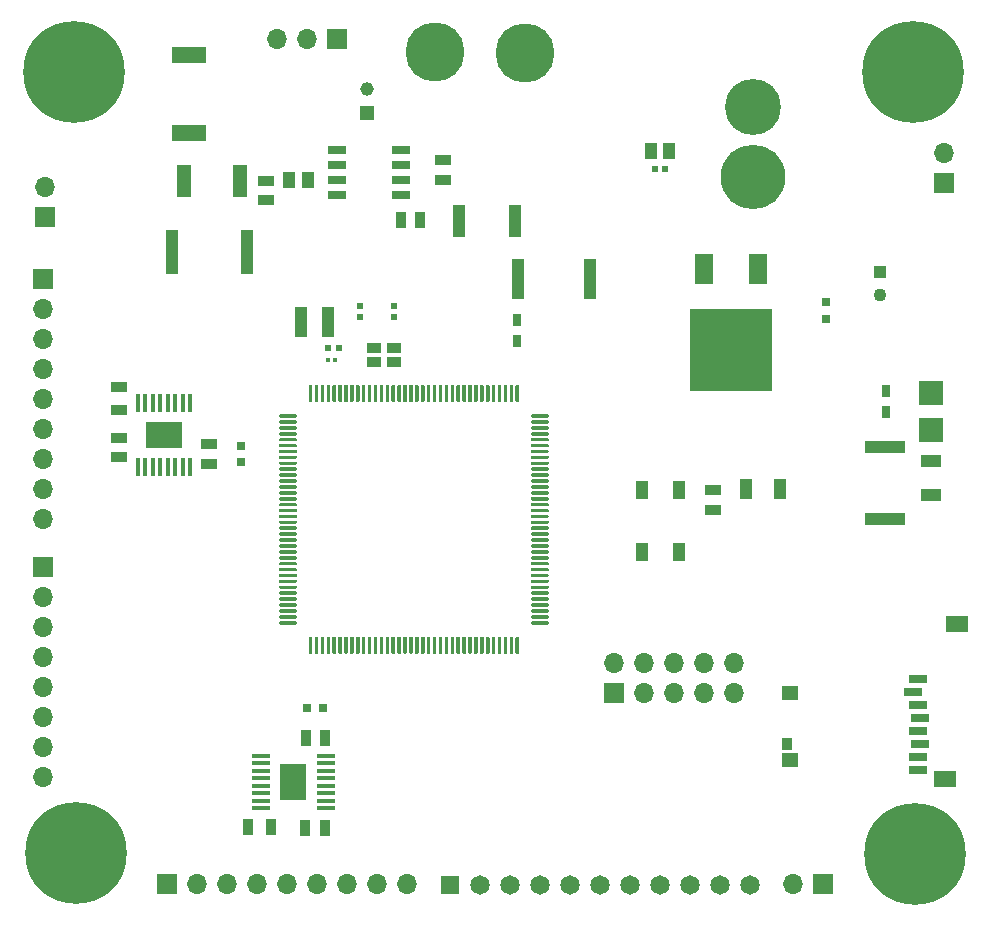
<source format=gbr>
G04 #@! TF.GenerationSoftware,KiCad,Pcbnew,(5.1.10)-1*
G04 #@! TF.CreationDate,2021-10-20T16:57:21-04:00*
G04 #@! TF.ProjectId,Main_Board,4d61696e-5f42-46f6-9172-642e6b696361,rev?*
G04 #@! TF.SameCoordinates,Original*
G04 #@! TF.FileFunction,Soldermask,Top*
G04 #@! TF.FilePolarity,Negative*
%FSLAX46Y46*%
G04 Gerber Fmt 4.6, Leading zero omitted, Abs format (unit mm)*
G04 Created by KiCad (PCBNEW (5.1.10)-1) date 2021-10-20 16:57:21*
%MOMM*%
%LPD*%
G01*
G04 APERTURE LIST*
%ADD10O,1.700000X1.700000*%
%ADD11R,1.700000X1.700000*%
%ADD12C,1.650000*%
%ADD13R,1.650000X1.650000*%
%ADD14R,2.000000X2.000000*%
%ADD15R,0.620000X0.600000*%
%ADD16R,1.000000X3.800000*%
%ADD17R,1.528000X0.650000*%
%ADD18C,4.740000*%
%ADD19C,5.460000*%
%ADD20R,1.000000X1.550000*%
%ADD21R,1.390000X0.910000*%
%ADD22R,0.910000X1.390000*%
%ADD23R,1.100000X1.100000*%
%ADD24C,1.100000*%
%ADD25C,8.600000*%
%ADD26C,0.900000*%
%ADD27R,0.600000X0.620000*%
%ADD28R,0.980000X1.430000*%
%ADD29C,5.000000*%
%ADD30R,1.500000X2.500000*%
%ADD31R,7.000000X7.000000*%
%ADD32R,1.500000X0.800000*%
%ADD33R,1.400000X1.300000*%
%ADD34R,0.950000X1.000000*%
%ADD35R,1.900000X1.400000*%
%ADD36R,1.550000X0.435000*%
%ADD37R,2.209000X3.120000*%
%ADD38R,3.120000X2.209000*%
%ADD39R,0.435000X1.550000*%
%ADD40R,0.950000X1.400000*%
%ADD41R,1.400000X0.950000*%
%ADD42R,1.250000X2.700000*%
%ADD43R,2.900000X1.450000*%
%ADD44R,1.100000X2.700000*%
%ADD45R,0.700000X1.000000*%
%ADD46R,3.400000X1.100000*%
%ADD47R,1.700000X1.100000*%
%ADD48R,1.150000X1.150000*%
%ADD49C,1.150000*%
%ADD50R,0.700000X0.700000*%
%ADD51R,0.360000X0.330000*%
%ADD52R,1.015000X2.540000*%
%ADD53R,1.100000X1.700000*%
%ADD54R,1.200000X0.850000*%
%ADD55R,1.100000X3.400000*%
G04 APERTURE END LIST*
D10*
X88265000Y-39306500D03*
D11*
X88265000Y-41846500D03*
D12*
X147955000Y-98361500D03*
X145415000Y-98361500D03*
X142875000Y-98361500D03*
X140335000Y-98361500D03*
X137795000Y-98361500D03*
X135255000Y-98361500D03*
X132715000Y-98361500D03*
X130175000Y-98361500D03*
X127635000Y-98361500D03*
X125095000Y-98361500D03*
D13*
X122555000Y-98361500D03*
D14*
X163263580Y-59885580D03*
X163263580Y-56710580D03*
D15*
X114965480Y-49367180D03*
X114965480Y-50287180D03*
G36*
G01*
X129507000Y-58537000D02*
X130832000Y-58537000D01*
G75*
G02*
X130907000Y-58612000I0J-75000D01*
G01*
X130907000Y-58762000D01*
G75*
G02*
X130832000Y-58837000I-75000J0D01*
G01*
X129507000Y-58837000D01*
G75*
G02*
X129432000Y-58762000I0J75000D01*
G01*
X129432000Y-58612000D01*
G75*
G02*
X129507000Y-58537000I75000J0D01*
G01*
G37*
G36*
G01*
X129507000Y-59037000D02*
X130832000Y-59037000D01*
G75*
G02*
X130907000Y-59112000I0J-75000D01*
G01*
X130907000Y-59262000D01*
G75*
G02*
X130832000Y-59337000I-75000J0D01*
G01*
X129507000Y-59337000D01*
G75*
G02*
X129432000Y-59262000I0J75000D01*
G01*
X129432000Y-59112000D01*
G75*
G02*
X129507000Y-59037000I75000J0D01*
G01*
G37*
G36*
G01*
X129507000Y-59537000D02*
X130832000Y-59537000D01*
G75*
G02*
X130907000Y-59612000I0J-75000D01*
G01*
X130907000Y-59762000D01*
G75*
G02*
X130832000Y-59837000I-75000J0D01*
G01*
X129507000Y-59837000D01*
G75*
G02*
X129432000Y-59762000I0J75000D01*
G01*
X129432000Y-59612000D01*
G75*
G02*
X129507000Y-59537000I75000J0D01*
G01*
G37*
G36*
G01*
X129507000Y-60037000D02*
X130832000Y-60037000D01*
G75*
G02*
X130907000Y-60112000I0J-75000D01*
G01*
X130907000Y-60262000D01*
G75*
G02*
X130832000Y-60337000I-75000J0D01*
G01*
X129507000Y-60337000D01*
G75*
G02*
X129432000Y-60262000I0J75000D01*
G01*
X129432000Y-60112000D01*
G75*
G02*
X129507000Y-60037000I75000J0D01*
G01*
G37*
G36*
G01*
X129507000Y-60537000D02*
X130832000Y-60537000D01*
G75*
G02*
X130907000Y-60612000I0J-75000D01*
G01*
X130907000Y-60762000D01*
G75*
G02*
X130832000Y-60837000I-75000J0D01*
G01*
X129507000Y-60837000D01*
G75*
G02*
X129432000Y-60762000I0J75000D01*
G01*
X129432000Y-60612000D01*
G75*
G02*
X129507000Y-60537000I75000J0D01*
G01*
G37*
G36*
G01*
X129507000Y-61037000D02*
X130832000Y-61037000D01*
G75*
G02*
X130907000Y-61112000I0J-75000D01*
G01*
X130907000Y-61262000D01*
G75*
G02*
X130832000Y-61337000I-75000J0D01*
G01*
X129507000Y-61337000D01*
G75*
G02*
X129432000Y-61262000I0J75000D01*
G01*
X129432000Y-61112000D01*
G75*
G02*
X129507000Y-61037000I75000J0D01*
G01*
G37*
G36*
G01*
X129507000Y-61537000D02*
X130832000Y-61537000D01*
G75*
G02*
X130907000Y-61612000I0J-75000D01*
G01*
X130907000Y-61762000D01*
G75*
G02*
X130832000Y-61837000I-75000J0D01*
G01*
X129507000Y-61837000D01*
G75*
G02*
X129432000Y-61762000I0J75000D01*
G01*
X129432000Y-61612000D01*
G75*
G02*
X129507000Y-61537000I75000J0D01*
G01*
G37*
G36*
G01*
X129507000Y-62037000D02*
X130832000Y-62037000D01*
G75*
G02*
X130907000Y-62112000I0J-75000D01*
G01*
X130907000Y-62262000D01*
G75*
G02*
X130832000Y-62337000I-75000J0D01*
G01*
X129507000Y-62337000D01*
G75*
G02*
X129432000Y-62262000I0J75000D01*
G01*
X129432000Y-62112000D01*
G75*
G02*
X129507000Y-62037000I75000J0D01*
G01*
G37*
G36*
G01*
X129507000Y-62537000D02*
X130832000Y-62537000D01*
G75*
G02*
X130907000Y-62612000I0J-75000D01*
G01*
X130907000Y-62762000D01*
G75*
G02*
X130832000Y-62837000I-75000J0D01*
G01*
X129507000Y-62837000D01*
G75*
G02*
X129432000Y-62762000I0J75000D01*
G01*
X129432000Y-62612000D01*
G75*
G02*
X129507000Y-62537000I75000J0D01*
G01*
G37*
G36*
G01*
X129507000Y-63037000D02*
X130832000Y-63037000D01*
G75*
G02*
X130907000Y-63112000I0J-75000D01*
G01*
X130907000Y-63262000D01*
G75*
G02*
X130832000Y-63337000I-75000J0D01*
G01*
X129507000Y-63337000D01*
G75*
G02*
X129432000Y-63262000I0J75000D01*
G01*
X129432000Y-63112000D01*
G75*
G02*
X129507000Y-63037000I75000J0D01*
G01*
G37*
G36*
G01*
X129507000Y-63537000D02*
X130832000Y-63537000D01*
G75*
G02*
X130907000Y-63612000I0J-75000D01*
G01*
X130907000Y-63762000D01*
G75*
G02*
X130832000Y-63837000I-75000J0D01*
G01*
X129507000Y-63837000D01*
G75*
G02*
X129432000Y-63762000I0J75000D01*
G01*
X129432000Y-63612000D01*
G75*
G02*
X129507000Y-63537000I75000J0D01*
G01*
G37*
G36*
G01*
X129507000Y-64037000D02*
X130832000Y-64037000D01*
G75*
G02*
X130907000Y-64112000I0J-75000D01*
G01*
X130907000Y-64262000D01*
G75*
G02*
X130832000Y-64337000I-75000J0D01*
G01*
X129507000Y-64337000D01*
G75*
G02*
X129432000Y-64262000I0J75000D01*
G01*
X129432000Y-64112000D01*
G75*
G02*
X129507000Y-64037000I75000J0D01*
G01*
G37*
G36*
G01*
X129507000Y-64537000D02*
X130832000Y-64537000D01*
G75*
G02*
X130907000Y-64612000I0J-75000D01*
G01*
X130907000Y-64762000D01*
G75*
G02*
X130832000Y-64837000I-75000J0D01*
G01*
X129507000Y-64837000D01*
G75*
G02*
X129432000Y-64762000I0J75000D01*
G01*
X129432000Y-64612000D01*
G75*
G02*
X129507000Y-64537000I75000J0D01*
G01*
G37*
G36*
G01*
X129507000Y-65037000D02*
X130832000Y-65037000D01*
G75*
G02*
X130907000Y-65112000I0J-75000D01*
G01*
X130907000Y-65262000D01*
G75*
G02*
X130832000Y-65337000I-75000J0D01*
G01*
X129507000Y-65337000D01*
G75*
G02*
X129432000Y-65262000I0J75000D01*
G01*
X129432000Y-65112000D01*
G75*
G02*
X129507000Y-65037000I75000J0D01*
G01*
G37*
G36*
G01*
X129507000Y-65537000D02*
X130832000Y-65537000D01*
G75*
G02*
X130907000Y-65612000I0J-75000D01*
G01*
X130907000Y-65762000D01*
G75*
G02*
X130832000Y-65837000I-75000J0D01*
G01*
X129507000Y-65837000D01*
G75*
G02*
X129432000Y-65762000I0J75000D01*
G01*
X129432000Y-65612000D01*
G75*
G02*
X129507000Y-65537000I75000J0D01*
G01*
G37*
G36*
G01*
X129507000Y-66037000D02*
X130832000Y-66037000D01*
G75*
G02*
X130907000Y-66112000I0J-75000D01*
G01*
X130907000Y-66262000D01*
G75*
G02*
X130832000Y-66337000I-75000J0D01*
G01*
X129507000Y-66337000D01*
G75*
G02*
X129432000Y-66262000I0J75000D01*
G01*
X129432000Y-66112000D01*
G75*
G02*
X129507000Y-66037000I75000J0D01*
G01*
G37*
G36*
G01*
X129507000Y-66537000D02*
X130832000Y-66537000D01*
G75*
G02*
X130907000Y-66612000I0J-75000D01*
G01*
X130907000Y-66762000D01*
G75*
G02*
X130832000Y-66837000I-75000J0D01*
G01*
X129507000Y-66837000D01*
G75*
G02*
X129432000Y-66762000I0J75000D01*
G01*
X129432000Y-66612000D01*
G75*
G02*
X129507000Y-66537000I75000J0D01*
G01*
G37*
G36*
G01*
X129507000Y-67037000D02*
X130832000Y-67037000D01*
G75*
G02*
X130907000Y-67112000I0J-75000D01*
G01*
X130907000Y-67262000D01*
G75*
G02*
X130832000Y-67337000I-75000J0D01*
G01*
X129507000Y-67337000D01*
G75*
G02*
X129432000Y-67262000I0J75000D01*
G01*
X129432000Y-67112000D01*
G75*
G02*
X129507000Y-67037000I75000J0D01*
G01*
G37*
G36*
G01*
X129507000Y-67537000D02*
X130832000Y-67537000D01*
G75*
G02*
X130907000Y-67612000I0J-75000D01*
G01*
X130907000Y-67762000D01*
G75*
G02*
X130832000Y-67837000I-75000J0D01*
G01*
X129507000Y-67837000D01*
G75*
G02*
X129432000Y-67762000I0J75000D01*
G01*
X129432000Y-67612000D01*
G75*
G02*
X129507000Y-67537000I75000J0D01*
G01*
G37*
G36*
G01*
X129507000Y-68037000D02*
X130832000Y-68037000D01*
G75*
G02*
X130907000Y-68112000I0J-75000D01*
G01*
X130907000Y-68262000D01*
G75*
G02*
X130832000Y-68337000I-75000J0D01*
G01*
X129507000Y-68337000D01*
G75*
G02*
X129432000Y-68262000I0J75000D01*
G01*
X129432000Y-68112000D01*
G75*
G02*
X129507000Y-68037000I75000J0D01*
G01*
G37*
G36*
G01*
X129507000Y-68537000D02*
X130832000Y-68537000D01*
G75*
G02*
X130907000Y-68612000I0J-75000D01*
G01*
X130907000Y-68762000D01*
G75*
G02*
X130832000Y-68837000I-75000J0D01*
G01*
X129507000Y-68837000D01*
G75*
G02*
X129432000Y-68762000I0J75000D01*
G01*
X129432000Y-68612000D01*
G75*
G02*
X129507000Y-68537000I75000J0D01*
G01*
G37*
G36*
G01*
X129507000Y-69037000D02*
X130832000Y-69037000D01*
G75*
G02*
X130907000Y-69112000I0J-75000D01*
G01*
X130907000Y-69262000D01*
G75*
G02*
X130832000Y-69337000I-75000J0D01*
G01*
X129507000Y-69337000D01*
G75*
G02*
X129432000Y-69262000I0J75000D01*
G01*
X129432000Y-69112000D01*
G75*
G02*
X129507000Y-69037000I75000J0D01*
G01*
G37*
G36*
G01*
X129507000Y-69537000D02*
X130832000Y-69537000D01*
G75*
G02*
X130907000Y-69612000I0J-75000D01*
G01*
X130907000Y-69762000D01*
G75*
G02*
X130832000Y-69837000I-75000J0D01*
G01*
X129507000Y-69837000D01*
G75*
G02*
X129432000Y-69762000I0J75000D01*
G01*
X129432000Y-69612000D01*
G75*
G02*
X129507000Y-69537000I75000J0D01*
G01*
G37*
G36*
G01*
X129507000Y-70037000D02*
X130832000Y-70037000D01*
G75*
G02*
X130907000Y-70112000I0J-75000D01*
G01*
X130907000Y-70262000D01*
G75*
G02*
X130832000Y-70337000I-75000J0D01*
G01*
X129507000Y-70337000D01*
G75*
G02*
X129432000Y-70262000I0J75000D01*
G01*
X129432000Y-70112000D01*
G75*
G02*
X129507000Y-70037000I75000J0D01*
G01*
G37*
G36*
G01*
X129507000Y-70537000D02*
X130832000Y-70537000D01*
G75*
G02*
X130907000Y-70612000I0J-75000D01*
G01*
X130907000Y-70762000D01*
G75*
G02*
X130832000Y-70837000I-75000J0D01*
G01*
X129507000Y-70837000D01*
G75*
G02*
X129432000Y-70762000I0J75000D01*
G01*
X129432000Y-70612000D01*
G75*
G02*
X129507000Y-70537000I75000J0D01*
G01*
G37*
G36*
G01*
X129507000Y-71037000D02*
X130832000Y-71037000D01*
G75*
G02*
X130907000Y-71112000I0J-75000D01*
G01*
X130907000Y-71262000D01*
G75*
G02*
X130832000Y-71337000I-75000J0D01*
G01*
X129507000Y-71337000D01*
G75*
G02*
X129432000Y-71262000I0J75000D01*
G01*
X129432000Y-71112000D01*
G75*
G02*
X129507000Y-71037000I75000J0D01*
G01*
G37*
G36*
G01*
X129507000Y-71537000D02*
X130832000Y-71537000D01*
G75*
G02*
X130907000Y-71612000I0J-75000D01*
G01*
X130907000Y-71762000D01*
G75*
G02*
X130832000Y-71837000I-75000J0D01*
G01*
X129507000Y-71837000D01*
G75*
G02*
X129432000Y-71762000I0J75000D01*
G01*
X129432000Y-71612000D01*
G75*
G02*
X129507000Y-71537000I75000J0D01*
G01*
G37*
G36*
G01*
X129507000Y-72037000D02*
X130832000Y-72037000D01*
G75*
G02*
X130907000Y-72112000I0J-75000D01*
G01*
X130907000Y-72262000D01*
G75*
G02*
X130832000Y-72337000I-75000J0D01*
G01*
X129507000Y-72337000D01*
G75*
G02*
X129432000Y-72262000I0J75000D01*
G01*
X129432000Y-72112000D01*
G75*
G02*
X129507000Y-72037000I75000J0D01*
G01*
G37*
G36*
G01*
X129507000Y-72537000D02*
X130832000Y-72537000D01*
G75*
G02*
X130907000Y-72612000I0J-75000D01*
G01*
X130907000Y-72762000D01*
G75*
G02*
X130832000Y-72837000I-75000J0D01*
G01*
X129507000Y-72837000D01*
G75*
G02*
X129432000Y-72762000I0J75000D01*
G01*
X129432000Y-72612000D01*
G75*
G02*
X129507000Y-72537000I75000J0D01*
G01*
G37*
G36*
G01*
X129507000Y-73037000D02*
X130832000Y-73037000D01*
G75*
G02*
X130907000Y-73112000I0J-75000D01*
G01*
X130907000Y-73262000D01*
G75*
G02*
X130832000Y-73337000I-75000J0D01*
G01*
X129507000Y-73337000D01*
G75*
G02*
X129432000Y-73262000I0J75000D01*
G01*
X129432000Y-73112000D01*
G75*
G02*
X129507000Y-73037000I75000J0D01*
G01*
G37*
G36*
G01*
X129507000Y-73537000D02*
X130832000Y-73537000D01*
G75*
G02*
X130907000Y-73612000I0J-75000D01*
G01*
X130907000Y-73762000D01*
G75*
G02*
X130832000Y-73837000I-75000J0D01*
G01*
X129507000Y-73837000D01*
G75*
G02*
X129432000Y-73762000I0J75000D01*
G01*
X129432000Y-73612000D01*
G75*
G02*
X129507000Y-73537000I75000J0D01*
G01*
G37*
G36*
G01*
X129507000Y-74037000D02*
X130832000Y-74037000D01*
G75*
G02*
X130907000Y-74112000I0J-75000D01*
G01*
X130907000Y-74262000D01*
G75*
G02*
X130832000Y-74337000I-75000J0D01*
G01*
X129507000Y-74337000D01*
G75*
G02*
X129432000Y-74262000I0J75000D01*
G01*
X129432000Y-74112000D01*
G75*
G02*
X129507000Y-74037000I75000J0D01*
G01*
G37*
G36*
G01*
X129507000Y-74537000D02*
X130832000Y-74537000D01*
G75*
G02*
X130907000Y-74612000I0J-75000D01*
G01*
X130907000Y-74762000D01*
G75*
G02*
X130832000Y-74837000I-75000J0D01*
G01*
X129507000Y-74837000D01*
G75*
G02*
X129432000Y-74762000I0J75000D01*
G01*
X129432000Y-74612000D01*
G75*
G02*
X129507000Y-74537000I75000J0D01*
G01*
G37*
G36*
G01*
X129507000Y-75037000D02*
X130832000Y-75037000D01*
G75*
G02*
X130907000Y-75112000I0J-75000D01*
G01*
X130907000Y-75262000D01*
G75*
G02*
X130832000Y-75337000I-75000J0D01*
G01*
X129507000Y-75337000D01*
G75*
G02*
X129432000Y-75262000I0J75000D01*
G01*
X129432000Y-75112000D01*
G75*
G02*
X129507000Y-75037000I75000J0D01*
G01*
G37*
G36*
G01*
X129507000Y-75537000D02*
X130832000Y-75537000D01*
G75*
G02*
X130907000Y-75612000I0J-75000D01*
G01*
X130907000Y-75762000D01*
G75*
G02*
X130832000Y-75837000I-75000J0D01*
G01*
X129507000Y-75837000D01*
G75*
G02*
X129432000Y-75762000I0J75000D01*
G01*
X129432000Y-75612000D01*
G75*
G02*
X129507000Y-75537000I75000J0D01*
G01*
G37*
G36*
G01*
X129507000Y-76037000D02*
X130832000Y-76037000D01*
G75*
G02*
X130907000Y-76112000I0J-75000D01*
G01*
X130907000Y-76262000D01*
G75*
G02*
X130832000Y-76337000I-75000J0D01*
G01*
X129507000Y-76337000D01*
G75*
G02*
X129432000Y-76262000I0J75000D01*
G01*
X129432000Y-76112000D01*
G75*
G02*
X129507000Y-76037000I75000J0D01*
G01*
G37*
G36*
G01*
X128182000Y-77362000D02*
X128332000Y-77362000D01*
G75*
G02*
X128407000Y-77437000I0J-75000D01*
G01*
X128407000Y-78762000D01*
G75*
G02*
X128332000Y-78837000I-75000J0D01*
G01*
X128182000Y-78837000D01*
G75*
G02*
X128107000Y-78762000I0J75000D01*
G01*
X128107000Y-77437000D01*
G75*
G02*
X128182000Y-77362000I75000J0D01*
G01*
G37*
G36*
G01*
X127682000Y-77362000D02*
X127832000Y-77362000D01*
G75*
G02*
X127907000Y-77437000I0J-75000D01*
G01*
X127907000Y-78762000D01*
G75*
G02*
X127832000Y-78837000I-75000J0D01*
G01*
X127682000Y-78837000D01*
G75*
G02*
X127607000Y-78762000I0J75000D01*
G01*
X127607000Y-77437000D01*
G75*
G02*
X127682000Y-77362000I75000J0D01*
G01*
G37*
G36*
G01*
X127182000Y-77362000D02*
X127332000Y-77362000D01*
G75*
G02*
X127407000Y-77437000I0J-75000D01*
G01*
X127407000Y-78762000D01*
G75*
G02*
X127332000Y-78837000I-75000J0D01*
G01*
X127182000Y-78837000D01*
G75*
G02*
X127107000Y-78762000I0J75000D01*
G01*
X127107000Y-77437000D01*
G75*
G02*
X127182000Y-77362000I75000J0D01*
G01*
G37*
G36*
G01*
X126682000Y-77362000D02*
X126832000Y-77362000D01*
G75*
G02*
X126907000Y-77437000I0J-75000D01*
G01*
X126907000Y-78762000D01*
G75*
G02*
X126832000Y-78837000I-75000J0D01*
G01*
X126682000Y-78837000D01*
G75*
G02*
X126607000Y-78762000I0J75000D01*
G01*
X126607000Y-77437000D01*
G75*
G02*
X126682000Y-77362000I75000J0D01*
G01*
G37*
G36*
G01*
X126182000Y-77362000D02*
X126332000Y-77362000D01*
G75*
G02*
X126407000Y-77437000I0J-75000D01*
G01*
X126407000Y-78762000D01*
G75*
G02*
X126332000Y-78837000I-75000J0D01*
G01*
X126182000Y-78837000D01*
G75*
G02*
X126107000Y-78762000I0J75000D01*
G01*
X126107000Y-77437000D01*
G75*
G02*
X126182000Y-77362000I75000J0D01*
G01*
G37*
G36*
G01*
X125682000Y-77362000D02*
X125832000Y-77362000D01*
G75*
G02*
X125907000Y-77437000I0J-75000D01*
G01*
X125907000Y-78762000D01*
G75*
G02*
X125832000Y-78837000I-75000J0D01*
G01*
X125682000Y-78837000D01*
G75*
G02*
X125607000Y-78762000I0J75000D01*
G01*
X125607000Y-77437000D01*
G75*
G02*
X125682000Y-77362000I75000J0D01*
G01*
G37*
G36*
G01*
X125182000Y-77362000D02*
X125332000Y-77362000D01*
G75*
G02*
X125407000Y-77437000I0J-75000D01*
G01*
X125407000Y-78762000D01*
G75*
G02*
X125332000Y-78837000I-75000J0D01*
G01*
X125182000Y-78837000D01*
G75*
G02*
X125107000Y-78762000I0J75000D01*
G01*
X125107000Y-77437000D01*
G75*
G02*
X125182000Y-77362000I75000J0D01*
G01*
G37*
G36*
G01*
X124682000Y-77362000D02*
X124832000Y-77362000D01*
G75*
G02*
X124907000Y-77437000I0J-75000D01*
G01*
X124907000Y-78762000D01*
G75*
G02*
X124832000Y-78837000I-75000J0D01*
G01*
X124682000Y-78837000D01*
G75*
G02*
X124607000Y-78762000I0J75000D01*
G01*
X124607000Y-77437000D01*
G75*
G02*
X124682000Y-77362000I75000J0D01*
G01*
G37*
G36*
G01*
X124182000Y-77362000D02*
X124332000Y-77362000D01*
G75*
G02*
X124407000Y-77437000I0J-75000D01*
G01*
X124407000Y-78762000D01*
G75*
G02*
X124332000Y-78837000I-75000J0D01*
G01*
X124182000Y-78837000D01*
G75*
G02*
X124107000Y-78762000I0J75000D01*
G01*
X124107000Y-77437000D01*
G75*
G02*
X124182000Y-77362000I75000J0D01*
G01*
G37*
G36*
G01*
X123682000Y-77362000D02*
X123832000Y-77362000D01*
G75*
G02*
X123907000Y-77437000I0J-75000D01*
G01*
X123907000Y-78762000D01*
G75*
G02*
X123832000Y-78837000I-75000J0D01*
G01*
X123682000Y-78837000D01*
G75*
G02*
X123607000Y-78762000I0J75000D01*
G01*
X123607000Y-77437000D01*
G75*
G02*
X123682000Y-77362000I75000J0D01*
G01*
G37*
G36*
G01*
X123182000Y-77362000D02*
X123332000Y-77362000D01*
G75*
G02*
X123407000Y-77437000I0J-75000D01*
G01*
X123407000Y-78762000D01*
G75*
G02*
X123332000Y-78837000I-75000J0D01*
G01*
X123182000Y-78837000D01*
G75*
G02*
X123107000Y-78762000I0J75000D01*
G01*
X123107000Y-77437000D01*
G75*
G02*
X123182000Y-77362000I75000J0D01*
G01*
G37*
G36*
G01*
X122682000Y-77362000D02*
X122832000Y-77362000D01*
G75*
G02*
X122907000Y-77437000I0J-75000D01*
G01*
X122907000Y-78762000D01*
G75*
G02*
X122832000Y-78837000I-75000J0D01*
G01*
X122682000Y-78837000D01*
G75*
G02*
X122607000Y-78762000I0J75000D01*
G01*
X122607000Y-77437000D01*
G75*
G02*
X122682000Y-77362000I75000J0D01*
G01*
G37*
G36*
G01*
X122182000Y-77362000D02*
X122332000Y-77362000D01*
G75*
G02*
X122407000Y-77437000I0J-75000D01*
G01*
X122407000Y-78762000D01*
G75*
G02*
X122332000Y-78837000I-75000J0D01*
G01*
X122182000Y-78837000D01*
G75*
G02*
X122107000Y-78762000I0J75000D01*
G01*
X122107000Y-77437000D01*
G75*
G02*
X122182000Y-77362000I75000J0D01*
G01*
G37*
G36*
G01*
X121682000Y-77362000D02*
X121832000Y-77362000D01*
G75*
G02*
X121907000Y-77437000I0J-75000D01*
G01*
X121907000Y-78762000D01*
G75*
G02*
X121832000Y-78837000I-75000J0D01*
G01*
X121682000Y-78837000D01*
G75*
G02*
X121607000Y-78762000I0J75000D01*
G01*
X121607000Y-77437000D01*
G75*
G02*
X121682000Y-77362000I75000J0D01*
G01*
G37*
G36*
G01*
X121182000Y-77362000D02*
X121332000Y-77362000D01*
G75*
G02*
X121407000Y-77437000I0J-75000D01*
G01*
X121407000Y-78762000D01*
G75*
G02*
X121332000Y-78837000I-75000J0D01*
G01*
X121182000Y-78837000D01*
G75*
G02*
X121107000Y-78762000I0J75000D01*
G01*
X121107000Y-77437000D01*
G75*
G02*
X121182000Y-77362000I75000J0D01*
G01*
G37*
G36*
G01*
X120682000Y-77362000D02*
X120832000Y-77362000D01*
G75*
G02*
X120907000Y-77437000I0J-75000D01*
G01*
X120907000Y-78762000D01*
G75*
G02*
X120832000Y-78837000I-75000J0D01*
G01*
X120682000Y-78837000D01*
G75*
G02*
X120607000Y-78762000I0J75000D01*
G01*
X120607000Y-77437000D01*
G75*
G02*
X120682000Y-77362000I75000J0D01*
G01*
G37*
G36*
G01*
X120182000Y-77362000D02*
X120332000Y-77362000D01*
G75*
G02*
X120407000Y-77437000I0J-75000D01*
G01*
X120407000Y-78762000D01*
G75*
G02*
X120332000Y-78837000I-75000J0D01*
G01*
X120182000Y-78837000D01*
G75*
G02*
X120107000Y-78762000I0J75000D01*
G01*
X120107000Y-77437000D01*
G75*
G02*
X120182000Y-77362000I75000J0D01*
G01*
G37*
G36*
G01*
X119682000Y-77362000D02*
X119832000Y-77362000D01*
G75*
G02*
X119907000Y-77437000I0J-75000D01*
G01*
X119907000Y-78762000D01*
G75*
G02*
X119832000Y-78837000I-75000J0D01*
G01*
X119682000Y-78837000D01*
G75*
G02*
X119607000Y-78762000I0J75000D01*
G01*
X119607000Y-77437000D01*
G75*
G02*
X119682000Y-77362000I75000J0D01*
G01*
G37*
G36*
G01*
X119182000Y-77362000D02*
X119332000Y-77362000D01*
G75*
G02*
X119407000Y-77437000I0J-75000D01*
G01*
X119407000Y-78762000D01*
G75*
G02*
X119332000Y-78837000I-75000J0D01*
G01*
X119182000Y-78837000D01*
G75*
G02*
X119107000Y-78762000I0J75000D01*
G01*
X119107000Y-77437000D01*
G75*
G02*
X119182000Y-77362000I75000J0D01*
G01*
G37*
G36*
G01*
X118682000Y-77362000D02*
X118832000Y-77362000D01*
G75*
G02*
X118907000Y-77437000I0J-75000D01*
G01*
X118907000Y-78762000D01*
G75*
G02*
X118832000Y-78837000I-75000J0D01*
G01*
X118682000Y-78837000D01*
G75*
G02*
X118607000Y-78762000I0J75000D01*
G01*
X118607000Y-77437000D01*
G75*
G02*
X118682000Y-77362000I75000J0D01*
G01*
G37*
G36*
G01*
X118182000Y-77362000D02*
X118332000Y-77362000D01*
G75*
G02*
X118407000Y-77437000I0J-75000D01*
G01*
X118407000Y-78762000D01*
G75*
G02*
X118332000Y-78837000I-75000J0D01*
G01*
X118182000Y-78837000D01*
G75*
G02*
X118107000Y-78762000I0J75000D01*
G01*
X118107000Y-77437000D01*
G75*
G02*
X118182000Y-77362000I75000J0D01*
G01*
G37*
G36*
G01*
X117682000Y-77362000D02*
X117832000Y-77362000D01*
G75*
G02*
X117907000Y-77437000I0J-75000D01*
G01*
X117907000Y-78762000D01*
G75*
G02*
X117832000Y-78837000I-75000J0D01*
G01*
X117682000Y-78837000D01*
G75*
G02*
X117607000Y-78762000I0J75000D01*
G01*
X117607000Y-77437000D01*
G75*
G02*
X117682000Y-77362000I75000J0D01*
G01*
G37*
G36*
G01*
X117182000Y-77362000D02*
X117332000Y-77362000D01*
G75*
G02*
X117407000Y-77437000I0J-75000D01*
G01*
X117407000Y-78762000D01*
G75*
G02*
X117332000Y-78837000I-75000J0D01*
G01*
X117182000Y-78837000D01*
G75*
G02*
X117107000Y-78762000I0J75000D01*
G01*
X117107000Y-77437000D01*
G75*
G02*
X117182000Y-77362000I75000J0D01*
G01*
G37*
G36*
G01*
X116682000Y-77362000D02*
X116832000Y-77362000D01*
G75*
G02*
X116907000Y-77437000I0J-75000D01*
G01*
X116907000Y-78762000D01*
G75*
G02*
X116832000Y-78837000I-75000J0D01*
G01*
X116682000Y-78837000D01*
G75*
G02*
X116607000Y-78762000I0J75000D01*
G01*
X116607000Y-77437000D01*
G75*
G02*
X116682000Y-77362000I75000J0D01*
G01*
G37*
G36*
G01*
X116182000Y-77362000D02*
X116332000Y-77362000D01*
G75*
G02*
X116407000Y-77437000I0J-75000D01*
G01*
X116407000Y-78762000D01*
G75*
G02*
X116332000Y-78837000I-75000J0D01*
G01*
X116182000Y-78837000D01*
G75*
G02*
X116107000Y-78762000I0J75000D01*
G01*
X116107000Y-77437000D01*
G75*
G02*
X116182000Y-77362000I75000J0D01*
G01*
G37*
G36*
G01*
X115682000Y-77362000D02*
X115832000Y-77362000D01*
G75*
G02*
X115907000Y-77437000I0J-75000D01*
G01*
X115907000Y-78762000D01*
G75*
G02*
X115832000Y-78837000I-75000J0D01*
G01*
X115682000Y-78837000D01*
G75*
G02*
X115607000Y-78762000I0J75000D01*
G01*
X115607000Y-77437000D01*
G75*
G02*
X115682000Y-77362000I75000J0D01*
G01*
G37*
G36*
G01*
X115182000Y-77362000D02*
X115332000Y-77362000D01*
G75*
G02*
X115407000Y-77437000I0J-75000D01*
G01*
X115407000Y-78762000D01*
G75*
G02*
X115332000Y-78837000I-75000J0D01*
G01*
X115182000Y-78837000D01*
G75*
G02*
X115107000Y-78762000I0J75000D01*
G01*
X115107000Y-77437000D01*
G75*
G02*
X115182000Y-77362000I75000J0D01*
G01*
G37*
G36*
G01*
X114682000Y-77362000D02*
X114832000Y-77362000D01*
G75*
G02*
X114907000Y-77437000I0J-75000D01*
G01*
X114907000Y-78762000D01*
G75*
G02*
X114832000Y-78837000I-75000J0D01*
G01*
X114682000Y-78837000D01*
G75*
G02*
X114607000Y-78762000I0J75000D01*
G01*
X114607000Y-77437000D01*
G75*
G02*
X114682000Y-77362000I75000J0D01*
G01*
G37*
G36*
G01*
X114182000Y-77362000D02*
X114332000Y-77362000D01*
G75*
G02*
X114407000Y-77437000I0J-75000D01*
G01*
X114407000Y-78762000D01*
G75*
G02*
X114332000Y-78837000I-75000J0D01*
G01*
X114182000Y-78837000D01*
G75*
G02*
X114107000Y-78762000I0J75000D01*
G01*
X114107000Y-77437000D01*
G75*
G02*
X114182000Y-77362000I75000J0D01*
G01*
G37*
G36*
G01*
X113682000Y-77362000D02*
X113832000Y-77362000D01*
G75*
G02*
X113907000Y-77437000I0J-75000D01*
G01*
X113907000Y-78762000D01*
G75*
G02*
X113832000Y-78837000I-75000J0D01*
G01*
X113682000Y-78837000D01*
G75*
G02*
X113607000Y-78762000I0J75000D01*
G01*
X113607000Y-77437000D01*
G75*
G02*
X113682000Y-77362000I75000J0D01*
G01*
G37*
G36*
G01*
X113182000Y-77362000D02*
X113332000Y-77362000D01*
G75*
G02*
X113407000Y-77437000I0J-75000D01*
G01*
X113407000Y-78762000D01*
G75*
G02*
X113332000Y-78837000I-75000J0D01*
G01*
X113182000Y-78837000D01*
G75*
G02*
X113107000Y-78762000I0J75000D01*
G01*
X113107000Y-77437000D01*
G75*
G02*
X113182000Y-77362000I75000J0D01*
G01*
G37*
G36*
G01*
X112682000Y-77362000D02*
X112832000Y-77362000D01*
G75*
G02*
X112907000Y-77437000I0J-75000D01*
G01*
X112907000Y-78762000D01*
G75*
G02*
X112832000Y-78837000I-75000J0D01*
G01*
X112682000Y-78837000D01*
G75*
G02*
X112607000Y-78762000I0J75000D01*
G01*
X112607000Y-77437000D01*
G75*
G02*
X112682000Y-77362000I75000J0D01*
G01*
G37*
G36*
G01*
X112182000Y-77362000D02*
X112332000Y-77362000D01*
G75*
G02*
X112407000Y-77437000I0J-75000D01*
G01*
X112407000Y-78762000D01*
G75*
G02*
X112332000Y-78837000I-75000J0D01*
G01*
X112182000Y-78837000D01*
G75*
G02*
X112107000Y-78762000I0J75000D01*
G01*
X112107000Y-77437000D01*
G75*
G02*
X112182000Y-77362000I75000J0D01*
G01*
G37*
G36*
G01*
X111682000Y-77362000D02*
X111832000Y-77362000D01*
G75*
G02*
X111907000Y-77437000I0J-75000D01*
G01*
X111907000Y-78762000D01*
G75*
G02*
X111832000Y-78837000I-75000J0D01*
G01*
X111682000Y-78837000D01*
G75*
G02*
X111607000Y-78762000I0J75000D01*
G01*
X111607000Y-77437000D01*
G75*
G02*
X111682000Y-77362000I75000J0D01*
G01*
G37*
G36*
G01*
X111182000Y-77362000D02*
X111332000Y-77362000D01*
G75*
G02*
X111407000Y-77437000I0J-75000D01*
G01*
X111407000Y-78762000D01*
G75*
G02*
X111332000Y-78837000I-75000J0D01*
G01*
X111182000Y-78837000D01*
G75*
G02*
X111107000Y-78762000I0J75000D01*
G01*
X111107000Y-77437000D01*
G75*
G02*
X111182000Y-77362000I75000J0D01*
G01*
G37*
G36*
G01*
X110682000Y-77362000D02*
X110832000Y-77362000D01*
G75*
G02*
X110907000Y-77437000I0J-75000D01*
G01*
X110907000Y-78762000D01*
G75*
G02*
X110832000Y-78837000I-75000J0D01*
G01*
X110682000Y-78837000D01*
G75*
G02*
X110607000Y-78762000I0J75000D01*
G01*
X110607000Y-77437000D01*
G75*
G02*
X110682000Y-77362000I75000J0D01*
G01*
G37*
G36*
G01*
X108182000Y-76037000D02*
X109507000Y-76037000D01*
G75*
G02*
X109582000Y-76112000I0J-75000D01*
G01*
X109582000Y-76262000D01*
G75*
G02*
X109507000Y-76337000I-75000J0D01*
G01*
X108182000Y-76337000D01*
G75*
G02*
X108107000Y-76262000I0J75000D01*
G01*
X108107000Y-76112000D01*
G75*
G02*
X108182000Y-76037000I75000J0D01*
G01*
G37*
G36*
G01*
X108182000Y-75537000D02*
X109507000Y-75537000D01*
G75*
G02*
X109582000Y-75612000I0J-75000D01*
G01*
X109582000Y-75762000D01*
G75*
G02*
X109507000Y-75837000I-75000J0D01*
G01*
X108182000Y-75837000D01*
G75*
G02*
X108107000Y-75762000I0J75000D01*
G01*
X108107000Y-75612000D01*
G75*
G02*
X108182000Y-75537000I75000J0D01*
G01*
G37*
G36*
G01*
X108182000Y-75037000D02*
X109507000Y-75037000D01*
G75*
G02*
X109582000Y-75112000I0J-75000D01*
G01*
X109582000Y-75262000D01*
G75*
G02*
X109507000Y-75337000I-75000J0D01*
G01*
X108182000Y-75337000D01*
G75*
G02*
X108107000Y-75262000I0J75000D01*
G01*
X108107000Y-75112000D01*
G75*
G02*
X108182000Y-75037000I75000J0D01*
G01*
G37*
G36*
G01*
X108182000Y-74537000D02*
X109507000Y-74537000D01*
G75*
G02*
X109582000Y-74612000I0J-75000D01*
G01*
X109582000Y-74762000D01*
G75*
G02*
X109507000Y-74837000I-75000J0D01*
G01*
X108182000Y-74837000D01*
G75*
G02*
X108107000Y-74762000I0J75000D01*
G01*
X108107000Y-74612000D01*
G75*
G02*
X108182000Y-74537000I75000J0D01*
G01*
G37*
G36*
G01*
X108182000Y-74037000D02*
X109507000Y-74037000D01*
G75*
G02*
X109582000Y-74112000I0J-75000D01*
G01*
X109582000Y-74262000D01*
G75*
G02*
X109507000Y-74337000I-75000J0D01*
G01*
X108182000Y-74337000D01*
G75*
G02*
X108107000Y-74262000I0J75000D01*
G01*
X108107000Y-74112000D01*
G75*
G02*
X108182000Y-74037000I75000J0D01*
G01*
G37*
G36*
G01*
X108182000Y-73537000D02*
X109507000Y-73537000D01*
G75*
G02*
X109582000Y-73612000I0J-75000D01*
G01*
X109582000Y-73762000D01*
G75*
G02*
X109507000Y-73837000I-75000J0D01*
G01*
X108182000Y-73837000D01*
G75*
G02*
X108107000Y-73762000I0J75000D01*
G01*
X108107000Y-73612000D01*
G75*
G02*
X108182000Y-73537000I75000J0D01*
G01*
G37*
G36*
G01*
X108182000Y-73037000D02*
X109507000Y-73037000D01*
G75*
G02*
X109582000Y-73112000I0J-75000D01*
G01*
X109582000Y-73262000D01*
G75*
G02*
X109507000Y-73337000I-75000J0D01*
G01*
X108182000Y-73337000D01*
G75*
G02*
X108107000Y-73262000I0J75000D01*
G01*
X108107000Y-73112000D01*
G75*
G02*
X108182000Y-73037000I75000J0D01*
G01*
G37*
G36*
G01*
X108182000Y-72537000D02*
X109507000Y-72537000D01*
G75*
G02*
X109582000Y-72612000I0J-75000D01*
G01*
X109582000Y-72762000D01*
G75*
G02*
X109507000Y-72837000I-75000J0D01*
G01*
X108182000Y-72837000D01*
G75*
G02*
X108107000Y-72762000I0J75000D01*
G01*
X108107000Y-72612000D01*
G75*
G02*
X108182000Y-72537000I75000J0D01*
G01*
G37*
G36*
G01*
X108182000Y-72037000D02*
X109507000Y-72037000D01*
G75*
G02*
X109582000Y-72112000I0J-75000D01*
G01*
X109582000Y-72262000D01*
G75*
G02*
X109507000Y-72337000I-75000J0D01*
G01*
X108182000Y-72337000D01*
G75*
G02*
X108107000Y-72262000I0J75000D01*
G01*
X108107000Y-72112000D01*
G75*
G02*
X108182000Y-72037000I75000J0D01*
G01*
G37*
G36*
G01*
X108182000Y-71537000D02*
X109507000Y-71537000D01*
G75*
G02*
X109582000Y-71612000I0J-75000D01*
G01*
X109582000Y-71762000D01*
G75*
G02*
X109507000Y-71837000I-75000J0D01*
G01*
X108182000Y-71837000D01*
G75*
G02*
X108107000Y-71762000I0J75000D01*
G01*
X108107000Y-71612000D01*
G75*
G02*
X108182000Y-71537000I75000J0D01*
G01*
G37*
G36*
G01*
X108182000Y-71037000D02*
X109507000Y-71037000D01*
G75*
G02*
X109582000Y-71112000I0J-75000D01*
G01*
X109582000Y-71262000D01*
G75*
G02*
X109507000Y-71337000I-75000J0D01*
G01*
X108182000Y-71337000D01*
G75*
G02*
X108107000Y-71262000I0J75000D01*
G01*
X108107000Y-71112000D01*
G75*
G02*
X108182000Y-71037000I75000J0D01*
G01*
G37*
G36*
G01*
X108182000Y-70537000D02*
X109507000Y-70537000D01*
G75*
G02*
X109582000Y-70612000I0J-75000D01*
G01*
X109582000Y-70762000D01*
G75*
G02*
X109507000Y-70837000I-75000J0D01*
G01*
X108182000Y-70837000D01*
G75*
G02*
X108107000Y-70762000I0J75000D01*
G01*
X108107000Y-70612000D01*
G75*
G02*
X108182000Y-70537000I75000J0D01*
G01*
G37*
G36*
G01*
X108182000Y-70037000D02*
X109507000Y-70037000D01*
G75*
G02*
X109582000Y-70112000I0J-75000D01*
G01*
X109582000Y-70262000D01*
G75*
G02*
X109507000Y-70337000I-75000J0D01*
G01*
X108182000Y-70337000D01*
G75*
G02*
X108107000Y-70262000I0J75000D01*
G01*
X108107000Y-70112000D01*
G75*
G02*
X108182000Y-70037000I75000J0D01*
G01*
G37*
G36*
G01*
X108182000Y-69537000D02*
X109507000Y-69537000D01*
G75*
G02*
X109582000Y-69612000I0J-75000D01*
G01*
X109582000Y-69762000D01*
G75*
G02*
X109507000Y-69837000I-75000J0D01*
G01*
X108182000Y-69837000D01*
G75*
G02*
X108107000Y-69762000I0J75000D01*
G01*
X108107000Y-69612000D01*
G75*
G02*
X108182000Y-69537000I75000J0D01*
G01*
G37*
G36*
G01*
X108182000Y-69037000D02*
X109507000Y-69037000D01*
G75*
G02*
X109582000Y-69112000I0J-75000D01*
G01*
X109582000Y-69262000D01*
G75*
G02*
X109507000Y-69337000I-75000J0D01*
G01*
X108182000Y-69337000D01*
G75*
G02*
X108107000Y-69262000I0J75000D01*
G01*
X108107000Y-69112000D01*
G75*
G02*
X108182000Y-69037000I75000J0D01*
G01*
G37*
G36*
G01*
X108182000Y-68537000D02*
X109507000Y-68537000D01*
G75*
G02*
X109582000Y-68612000I0J-75000D01*
G01*
X109582000Y-68762000D01*
G75*
G02*
X109507000Y-68837000I-75000J0D01*
G01*
X108182000Y-68837000D01*
G75*
G02*
X108107000Y-68762000I0J75000D01*
G01*
X108107000Y-68612000D01*
G75*
G02*
X108182000Y-68537000I75000J0D01*
G01*
G37*
G36*
G01*
X108182000Y-68037000D02*
X109507000Y-68037000D01*
G75*
G02*
X109582000Y-68112000I0J-75000D01*
G01*
X109582000Y-68262000D01*
G75*
G02*
X109507000Y-68337000I-75000J0D01*
G01*
X108182000Y-68337000D01*
G75*
G02*
X108107000Y-68262000I0J75000D01*
G01*
X108107000Y-68112000D01*
G75*
G02*
X108182000Y-68037000I75000J0D01*
G01*
G37*
G36*
G01*
X108182000Y-67537000D02*
X109507000Y-67537000D01*
G75*
G02*
X109582000Y-67612000I0J-75000D01*
G01*
X109582000Y-67762000D01*
G75*
G02*
X109507000Y-67837000I-75000J0D01*
G01*
X108182000Y-67837000D01*
G75*
G02*
X108107000Y-67762000I0J75000D01*
G01*
X108107000Y-67612000D01*
G75*
G02*
X108182000Y-67537000I75000J0D01*
G01*
G37*
G36*
G01*
X108182000Y-67037000D02*
X109507000Y-67037000D01*
G75*
G02*
X109582000Y-67112000I0J-75000D01*
G01*
X109582000Y-67262000D01*
G75*
G02*
X109507000Y-67337000I-75000J0D01*
G01*
X108182000Y-67337000D01*
G75*
G02*
X108107000Y-67262000I0J75000D01*
G01*
X108107000Y-67112000D01*
G75*
G02*
X108182000Y-67037000I75000J0D01*
G01*
G37*
G36*
G01*
X108182000Y-66537000D02*
X109507000Y-66537000D01*
G75*
G02*
X109582000Y-66612000I0J-75000D01*
G01*
X109582000Y-66762000D01*
G75*
G02*
X109507000Y-66837000I-75000J0D01*
G01*
X108182000Y-66837000D01*
G75*
G02*
X108107000Y-66762000I0J75000D01*
G01*
X108107000Y-66612000D01*
G75*
G02*
X108182000Y-66537000I75000J0D01*
G01*
G37*
G36*
G01*
X108182000Y-66037000D02*
X109507000Y-66037000D01*
G75*
G02*
X109582000Y-66112000I0J-75000D01*
G01*
X109582000Y-66262000D01*
G75*
G02*
X109507000Y-66337000I-75000J0D01*
G01*
X108182000Y-66337000D01*
G75*
G02*
X108107000Y-66262000I0J75000D01*
G01*
X108107000Y-66112000D01*
G75*
G02*
X108182000Y-66037000I75000J0D01*
G01*
G37*
G36*
G01*
X108182000Y-65537000D02*
X109507000Y-65537000D01*
G75*
G02*
X109582000Y-65612000I0J-75000D01*
G01*
X109582000Y-65762000D01*
G75*
G02*
X109507000Y-65837000I-75000J0D01*
G01*
X108182000Y-65837000D01*
G75*
G02*
X108107000Y-65762000I0J75000D01*
G01*
X108107000Y-65612000D01*
G75*
G02*
X108182000Y-65537000I75000J0D01*
G01*
G37*
G36*
G01*
X108182000Y-65037000D02*
X109507000Y-65037000D01*
G75*
G02*
X109582000Y-65112000I0J-75000D01*
G01*
X109582000Y-65262000D01*
G75*
G02*
X109507000Y-65337000I-75000J0D01*
G01*
X108182000Y-65337000D01*
G75*
G02*
X108107000Y-65262000I0J75000D01*
G01*
X108107000Y-65112000D01*
G75*
G02*
X108182000Y-65037000I75000J0D01*
G01*
G37*
G36*
G01*
X108182000Y-64537000D02*
X109507000Y-64537000D01*
G75*
G02*
X109582000Y-64612000I0J-75000D01*
G01*
X109582000Y-64762000D01*
G75*
G02*
X109507000Y-64837000I-75000J0D01*
G01*
X108182000Y-64837000D01*
G75*
G02*
X108107000Y-64762000I0J75000D01*
G01*
X108107000Y-64612000D01*
G75*
G02*
X108182000Y-64537000I75000J0D01*
G01*
G37*
G36*
G01*
X108182000Y-64037000D02*
X109507000Y-64037000D01*
G75*
G02*
X109582000Y-64112000I0J-75000D01*
G01*
X109582000Y-64262000D01*
G75*
G02*
X109507000Y-64337000I-75000J0D01*
G01*
X108182000Y-64337000D01*
G75*
G02*
X108107000Y-64262000I0J75000D01*
G01*
X108107000Y-64112000D01*
G75*
G02*
X108182000Y-64037000I75000J0D01*
G01*
G37*
G36*
G01*
X108182000Y-63537000D02*
X109507000Y-63537000D01*
G75*
G02*
X109582000Y-63612000I0J-75000D01*
G01*
X109582000Y-63762000D01*
G75*
G02*
X109507000Y-63837000I-75000J0D01*
G01*
X108182000Y-63837000D01*
G75*
G02*
X108107000Y-63762000I0J75000D01*
G01*
X108107000Y-63612000D01*
G75*
G02*
X108182000Y-63537000I75000J0D01*
G01*
G37*
G36*
G01*
X108182000Y-63037000D02*
X109507000Y-63037000D01*
G75*
G02*
X109582000Y-63112000I0J-75000D01*
G01*
X109582000Y-63262000D01*
G75*
G02*
X109507000Y-63337000I-75000J0D01*
G01*
X108182000Y-63337000D01*
G75*
G02*
X108107000Y-63262000I0J75000D01*
G01*
X108107000Y-63112000D01*
G75*
G02*
X108182000Y-63037000I75000J0D01*
G01*
G37*
G36*
G01*
X108182000Y-62537000D02*
X109507000Y-62537000D01*
G75*
G02*
X109582000Y-62612000I0J-75000D01*
G01*
X109582000Y-62762000D01*
G75*
G02*
X109507000Y-62837000I-75000J0D01*
G01*
X108182000Y-62837000D01*
G75*
G02*
X108107000Y-62762000I0J75000D01*
G01*
X108107000Y-62612000D01*
G75*
G02*
X108182000Y-62537000I75000J0D01*
G01*
G37*
G36*
G01*
X108182000Y-62037000D02*
X109507000Y-62037000D01*
G75*
G02*
X109582000Y-62112000I0J-75000D01*
G01*
X109582000Y-62262000D01*
G75*
G02*
X109507000Y-62337000I-75000J0D01*
G01*
X108182000Y-62337000D01*
G75*
G02*
X108107000Y-62262000I0J75000D01*
G01*
X108107000Y-62112000D01*
G75*
G02*
X108182000Y-62037000I75000J0D01*
G01*
G37*
G36*
G01*
X108182000Y-61537000D02*
X109507000Y-61537000D01*
G75*
G02*
X109582000Y-61612000I0J-75000D01*
G01*
X109582000Y-61762000D01*
G75*
G02*
X109507000Y-61837000I-75000J0D01*
G01*
X108182000Y-61837000D01*
G75*
G02*
X108107000Y-61762000I0J75000D01*
G01*
X108107000Y-61612000D01*
G75*
G02*
X108182000Y-61537000I75000J0D01*
G01*
G37*
G36*
G01*
X108182000Y-61037000D02*
X109507000Y-61037000D01*
G75*
G02*
X109582000Y-61112000I0J-75000D01*
G01*
X109582000Y-61262000D01*
G75*
G02*
X109507000Y-61337000I-75000J0D01*
G01*
X108182000Y-61337000D01*
G75*
G02*
X108107000Y-61262000I0J75000D01*
G01*
X108107000Y-61112000D01*
G75*
G02*
X108182000Y-61037000I75000J0D01*
G01*
G37*
G36*
G01*
X108182000Y-60537000D02*
X109507000Y-60537000D01*
G75*
G02*
X109582000Y-60612000I0J-75000D01*
G01*
X109582000Y-60762000D01*
G75*
G02*
X109507000Y-60837000I-75000J0D01*
G01*
X108182000Y-60837000D01*
G75*
G02*
X108107000Y-60762000I0J75000D01*
G01*
X108107000Y-60612000D01*
G75*
G02*
X108182000Y-60537000I75000J0D01*
G01*
G37*
G36*
G01*
X108182000Y-60037000D02*
X109507000Y-60037000D01*
G75*
G02*
X109582000Y-60112000I0J-75000D01*
G01*
X109582000Y-60262000D01*
G75*
G02*
X109507000Y-60337000I-75000J0D01*
G01*
X108182000Y-60337000D01*
G75*
G02*
X108107000Y-60262000I0J75000D01*
G01*
X108107000Y-60112000D01*
G75*
G02*
X108182000Y-60037000I75000J0D01*
G01*
G37*
G36*
G01*
X108182000Y-59537000D02*
X109507000Y-59537000D01*
G75*
G02*
X109582000Y-59612000I0J-75000D01*
G01*
X109582000Y-59762000D01*
G75*
G02*
X109507000Y-59837000I-75000J0D01*
G01*
X108182000Y-59837000D01*
G75*
G02*
X108107000Y-59762000I0J75000D01*
G01*
X108107000Y-59612000D01*
G75*
G02*
X108182000Y-59537000I75000J0D01*
G01*
G37*
G36*
G01*
X108182000Y-59037000D02*
X109507000Y-59037000D01*
G75*
G02*
X109582000Y-59112000I0J-75000D01*
G01*
X109582000Y-59262000D01*
G75*
G02*
X109507000Y-59337000I-75000J0D01*
G01*
X108182000Y-59337000D01*
G75*
G02*
X108107000Y-59262000I0J75000D01*
G01*
X108107000Y-59112000D01*
G75*
G02*
X108182000Y-59037000I75000J0D01*
G01*
G37*
G36*
G01*
X108182000Y-58537000D02*
X109507000Y-58537000D01*
G75*
G02*
X109582000Y-58612000I0J-75000D01*
G01*
X109582000Y-58762000D01*
G75*
G02*
X109507000Y-58837000I-75000J0D01*
G01*
X108182000Y-58837000D01*
G75*
G02*
X108107000Y-58762000I0J75000D01*
G01*
X108107000Y-58612000D01*
G75*
G02*
X108182000Y-58537000I75000J0D01*
G01*
G37*
G36*
G01*
X110682000Y-56037000D02*
X110832000Y-56037000D01*
G75*
G02*
X110907000Y-56112000I0J-75000D01*
G01*
X110907000Y-57437000D01*
G75*
G02*
X110832000Y-57512000I-75000J0D01*
G01*
X110682000Y-57512000D01*
G75*
G02*
X110607000Y-57437000I0J75000D01*
G01*
X110607000Y-56112000D01*
G75*
G02*
X110682000Y-56037000I75000J0D01*
G01*
G37*
G36*
G01*
X111182000Y-56037000D02*
X111332000Y-56037000D01*
G75*
G02*
X111407000Y-56112000I0J-75000D01*
G01*
X111407000Y-57437000D01*
G75*
G02*
X111332000Y-57512000I-75000J0D01*
G01*
X111182000Y-57512000D01*
G75*
G02*
X111107000Y-57437000I0J75000D01*
G01*
X111107000Y-56112000D01*
G75*
G02*
X111182000Y-56037000I75000J0D01*
G01*
G37*
G36*
G01*
X111682000Y-56037000D02*
X111832000Y-56037000D01*
G75*
G02*
X111907000Y-56112000I0J-75000D01*
G01*
X111907000Y-57437000D01*
G75*
G02*
X111832000Y-57512000I-75000J0D01*
G01*
X111682000Y-57512000D01*
G75*
G02*
X111607000Y-57437000I0J75000D01*
G01*
X111607000Y-56112000D01*
G75*
G02*
X111682000Y-56037000I75000J0D01*
G01*
G37*
G36*
G01*
X112182000Y-56037000D02*
X112332000Y-56037000D01*
G75*
G02*
X112407000Y-56112000I0J-75000D01*
G01*
X112407000Y-57437000D01*
G75*
G02*
X112332000Y-57512000I-75000J0D01*
G01*
X112182000Y-57512000D01*
G75*
G02*
X112107000Y-57437000I0J75000D01*
G01*
X112107000Y-56112000D01*
G75*
G02*
X112182000Y-56037000I75000J0D01*
G01*
G37*
G36*
G01*
X112682000Y-56037000D02*
X112832000Y-56037000D01*
G75*
G02*
X112907000Y-56112000I0J-75000D01*
G01*
X112907000Y-57437000D01*
G75*
G02*
X112832000Y-57512000I-75000J0D01*
G01*
X112682000Y-57512000D01*
G75*
G02*
X112607000Y-57437000I0J75000D01*
G01*
X112607000Y-56112000D01*
G75*
G02*
X112682000Y-56037000I75000J0D01*
G01*
G37*
G36*
G01*
X113182000Y-56037000D02*
X113332000Y-56037000D01*
G75*
G02*
X113407000Y-56112000I0J-75000D01*
G01*
X113407000Y-57437000D01*
G75*
G02*
X113332000Y-57512000I-75000J0D01*
G01*
X113182000Y-57512000D01*
G75*
G02*
X113107000Y-57437000I0J75000D01*
G01*
X113107000Y-56112000D01*
G75*
G02*
X113182000Y-56037000I75000J0D01*
G01*
G37*
G36*
G01*
X113682000Y-56037000D02*
X113832000Y-56037000D01*
G75*
G02*
X113907000Y-56112000I0J-75000D01*
G01*
X113907000Y-57437000D01*
G75*
G02*
X113832000Y-57512000I-75000J0D01*
G01*
X113682000Y-57512000D01*
G75*
G02*
X113607000Y-57437000I0J75000D01*
G01*
X113607000Y-56112000D01*
G75*
G02*
X113682000Y-56037000I75000J0D01*
G01*
G37*
G36*
G01*
X114182000Y-56037000D02*
X114332000Y-56037000D01*
G75*
G02*
X114407000Y-56112000I0J-75000D01*
G01*
X114407000Y-57437000D01*
G75*
G02*
X114332000Y-57512000I-75000J0D01*
G01*
X114182000Y-57512000D01*
G75*
G02*
X114107000Y-57437000I0J75000D01*
G01*
X114107000Y-56112000D01*
G75*
G02*
X114182000Y-56037000I75000J0D01*
G01*
G37*
G36*
G01*
X114682000Y-56037000D02*
X114832000Y-56037000D01*
G75*
G02*
X114907000Y-56112000I0J-75000D01*
G01*
X114907000Y-57437000D01*
G75*
G02*
X114832000Y-57512000I-75000J0D01*
G01*
X114682000Y-57512000D01*
G75*
G02*
X114607000Y-57437000I0J75000D01*
G01*
X114607000Y-56112000D01*
G75*
G02*
X114682000Y-56037000I75000J0D01*
G01*
G37*
G36*
G01*
X115182000Y-56037000D02*
X115332000Y-56037000D01*
G75*
G02*
X115407000Y-56112000I0J-75000D01*
G01*
X115407000Y-57437000D01*
G75*
G02*
X115332000Y-57512000I-75000J0D01*
G01*
X115182000Y-57512000D01*
G75*
G02*
X115107000Y-57437000I0J75000D01*
G01*
X115107000Y-56112000D01*
G75*
G02*
X115182000Y-56037000I75000J0D01*
G01*
G37*
G36*
G01*
X115682000Y-56037000D02*
X115832000Y-56037000D01*
G75*
G02*
X115907000Y-56112000I0J-75000D01*
G01*
X115907000Y-57437000D01*
G75*
G02*
X115832000Y-57512000I-75000J0D01*
G01*
X115682000Y-57512000D01*
G75*
G02*
X115607000Y-57437000I0J75000D01*
G01*
X115607000Y-56112000D01*
G75*
G02*
X115682000Y-56037000I75000J0D01*
G01*
G37*
G36*
G01*
X116182000Y-56037000D02*
X116332000Y-56037000D01*
G75*
G02*
X116407000Y-56112000I0J-75000D01*
G01*
X116407000Y-57437000D01*
G75*
G02*
X116332000Y-57512000I-75000J0D01*
G01*
X116182000Y-57512000D01*
G75*
G02*
X116107000Y-57437000I0J75000D01*
G01*
X116107000Y-56112000D01*
G75*
G02*
X116182000Y-56037000I75000J0D01*
G01*
G37*
G36*
G01*
X116682000Y-56037000D02*
X116832000Y-56037000D01*
G75*
G02*
X116907000Y-56112000I0J-75000D01*
G01*
X116907000Y-57437000D01*
G75*
G02*
X116832000Y-57512000I-75000J0D01*
G01*
X116682000Y-57512000D01*
G75*
G02*
X116607000Y-57437000I0J75000D01*
G01*
X116607000Y-56112000D01*
G75*
G02*
X116682000Y-56037000I75000J0D01*
G01*
G37*
G36*
G01*
X117182000Y-56037000D02*
X117332000Y-56037000D01*
G75*
G02*
X117407000Y-56112000I0J-75000D01*
G01*
X117407000Y-57437000D01*
G75*
G02*
X117332000Y-57512000I-75000J0D01*
G01*
X117182000Y-57512000D01*
G75*
G02*
X117107000Y-57437000I0J75000D01*
G01*
X117107000Y-56112000D01*
G75*
G02*
X117182000Y-56037000I75000J0D01*
G01*
G37*
G36*
G01*
X117682000Y-56037000D02*
X117832000Y-56037000D01*
G75*
G02*
X117907000Y-56112000I0J-75000D01*
G01*
X117907000Y-57437000D01*
G75*
G02*
X117832000Y-57512000I-75000J0D01*
G01*
X117682000Y-57512000D01*
G75*
G02*
X117607000Y-57437000I0J75000D01*
G01*
X117607000Y-56112000D01*
G75*
G02*
X117682000Y-56037000I75000J0D01*
G01*
G37*
G36*
G01*
X118182000Y-56037000D02*
X118332000Y-56037000D01*
G75*
G02*
X118407000Y-56112000I0J-75000D01*
G01*
X118407000Y-57437000D01*
G75*
G02*
X118332000Y-57512000I-75000J0D01*
G01*
X118182000Y-57512000D01*
G75*
G02*
X118107000Y-57437000I0J75000D01*
G01*
X118107000Y-56112000D01*
G75*
G02*
X118182000Y-56037000I75000J0D01*
G01*
G37*
G36*
G01*
X118682000Y-56037000D02*
X118832000Y-56037000D01*
G75*
G02*
X118907000Y-56112000I0J-75000D01*
G01*
X118907000Y-57437000D01*
G75*
G02*
X118832000Y-57512000I-75000J0D01*
G01*
X118682000Y-57512000D01*
G75*
G02*
X118607000Y-57437000I0J75000D01*
G01*
X118607000Y-56112000D01*
G75*
G02*
X118682000Y-56037000I75000J0D01*
G01*
G37*
G36*
G01*
X119182000Y-56037000D02*
X119332000Y-56037000D01*
G75*
G02*
X119407000Y-56112000I0J-75000D01*
G01*
X119407000Y-57437000D01*
G75*
G02*
X119332000Y-57512000I-75000J0D01*
G01*
X119182000Y-57512000D01*
G75*
G02*
X119107000Y-57437000I0J75000D01*
G01*
X119107000Y-56112000D01*
G75*
G02*
X119182000Y-56037000I75000J0D01*
G01*
G37*
G36*
G01*
X119682000Y-56037000D02*
X119832000Y-56037000D01*
G75*
G02*
X119907000Y-56112000I0J-75000D01*
G01*
X119907000Y-57437000D01*
G75*
G02*
X119832000Y-57512000I-75000J0D01*
G01*
X119682000Y-57512000D01*
G75*
G02*
X119607000Y-57437000I0J75000D01*
G01*
X119607000Y-56112000D01*
G75*
G02*
X119682000Y-56037000I75000J0D01*
G01*
G37*
G36*
G01*
X120182000Y-56037000D02*
X120332000Y-56037000D01*
G75*
G02*
X120407000Y-56112000I0J-75000D01*
G01*
X120407000Y-57437000D01*
G75*
G02*
X120332000Y-57512000I-75000J0D01*
G01*
X120182000Y-57512000D01*
G75*
G02*
X120107000Y-57437000I0J75000D01*
G01*
X120107000Y-56112000D01*
G75*
G02*
X120182000Y-56037000I75000J0D01*
G01*
G37*
G36*
G01*
X120682000Y-56037000D02*
X120832000Y-56037000D01*
G75*
G02*
X120907000Y-56112000I0J-75000D01*
G01*
X120907000Y-57437000D01*
G75*
G02*
X120832000Y-57512000I-75000J0D01*
G01*
X120682000Y-57512000D01*
G75*
G02*
X120607000Y-57437000I0J75000D01*
G01*
X120607000Y-56112000D01*
G75*
G02*
X120682000Y-56037000I75000J0D01*
G01*
G37*
G36*
G01*
X121182000Y-56037000D02*
X121332000Y-56037000D01*
G75*
G02*
X121407000Y-56112000I0J-75000D01*
G01*
X121407000Y-57437000D01*
G75*
G02*
X121332000Y-57512000I-75000J0D01*
G01*
X121182000Y-57512000D01*
G75*
G02*
X121107000Y-57437000I0J75000D01*
G01*
X121107000Y-56112000D01*
G75*
G02*
X121182000Y-56037000I75000J0D01*
G01*
G37*
G36*
G01*
X121682000Y-56037000D02*
X121832000Y-56037000D01*
G75*
G02*
X121907000Y-56112000I0J-75000D01*
G01*
X121907000Y-57437000D01*
G75*
G02*
X121832000Y-57512000I-75000J0D01*
G01*
X121682000Y-57512000D01*
G75*
G02*
X121607000Y-57437000I0J75000D01*
G01*
X121607000Y-56112000D01*
G75*
G02*
X121682000Y-56037000I75000J0D01*
G01*
G37*
G36*
G01*
X122182000Y-56037000D02*
X122332000Y-56037000D01*
G75*
G02*
X122407000Y-56112000I0J-75000D01*
G01*
X122407000Y-57437000D01*
G75*
G02*
X122332000Y-57512000I-75000J0D01*
G01*
X122182000Y-57512000D01*
G75*
G02*
X122107000Y-57437000I0J75000D01*
G01*
X122107000Y-56112000D01*
G75*
G02*
X122182000Y-56037000I75000J0D01*
G01*
G37*
G36*
G01*
X122682000Y-56037000D02*
X122832000Y-56037000D01*
G75*
G02*
X122907000Y-56112000I0J-75000D01*
G01*
X122907000Y-57437000D01*
G75*
G02*
X122832000Y-57512000I-75000J0D01*
G01*
X122682000Y-57512000D01*
G75*
G02*
X122607000Y-57437000I0J75000D01*
G01*
X122607000Y-56112000D01*
G75*
G02*
X122682000Y-56037000I75000J0D01*
G01*
G37*
G36*
G01*
X123182000Y-56037000D02*
X123332000Y-56037000D01*
G75*
G02*
X123407000Y-56112000I0J-75000D01*
G01*
X123407000Y-57437000D01*
G75*
G02*
X123332000Y-57512000I-75000J0D01*
G01*
X123182000Y-57512000D01*
G75*
G02*
X123107000Y-57437000I0J75000D01*
G01*
X123107000Y-56112000D01*
G75*
G02*
X123182000Y-56037000I75000J0D01*
G01*
G37*
G36*
G01*
X123682000Y-56037000D02*
X123832000Y-56037000D01*
G75*
G02*
X123907000Y-56112000I0J-75000D01*
G01*
X123907000Y-57437000D01*
G75*
G02*
X123832000Y-57512000I-75000J0D01*
G01*
X123682000Y-57512000D01*
G75*
G02*
X123607000Y-57437000I0J75000D01*
G01*
X123607000Y-56112000D01*
G75*
G02*
X123682000Y-56037000I75000J0D01*
G01*
G37*
G36*
G01*
X124182000Y-56037000D02*
X124332000Y-56037000D01*
G75*
G02*
X124407000Y-56112000I0J-75000D01*
G01*
X124407000Y-57437000D01*
G75*
G02*
X124332000Y-57512000I-75000J0D01*
G01*
X124182000Y-57512000D01*
G75*
G02*
X124107000Y-57437000I0J75000D01*
G01*
X124107000Y-56112000D01*
G75*
G02*
X124182000Y-56037000I75000J0D01*
G01*
G37*
G36*
G01*
X124682000Y-56037000D02*
X124832000Y-56037000D01*
G75*
G02*
X124907000Y-56112000I0J-75000D01*
G01*
X124907000Y-57437000D01*
G75*
G02*
X124832000Y-57512000I-75000J0D01*
G01*
X124682000Y-57512000D01*
G75*
G02*
X124607000Y-57437000I0J75000D01*
G01*
X124607000Y-56112000D01*
G75*
G02*
X124682000Y-56037000I75000J0D01*
G01*
G37*
G36*
G01*
X125182000Y-56037000D02*
X125332000Y-56037000D01*
G75*
G02*
X125407000Y-56112000I0J-75000D01*
G01*
X125407000Y-57437000D01*
G75*
G02*
X125332000Y-57512000I-75000J0D01*
G01*
X125182000Y-57512000D01*
G75*
G02*
X125107000Y-57437000I0J75000D01*
G01*
X125107000Y-56112000D01*
G75*
G02*
X125182000Y-56037000I75000J0D01*
G01*
G37*
G36*
G01*
X125682000Y-56037000D02*
X125832000Y-56037000D01*
G75*
G02*
X125907000Y-56112000I0J-75000D01*
G01*
X125907000Y-57437000D01*
G75*
G02*
X125832000Y-57512000I-75000J0D01*
G01*
X125682000Y-57512000D01*
G75*
G02*
X125607000Y-57437000I0J75000D01*
G01*
X125607000Y-56112000D01*
G75*
G02*
X125682000Y-56037000I75000J0D01*
G01*
G37*
G36*
G01*
X126182000Y-56037000D02*
X126332000Y-56037000D01*
G75*
G02*
X126407000Y-56112000I0J-75000D01*
G01*
X126407000Y-57437000D01*
G75*
G02*
X126332000Y-57512000I-75000J0D01*
G01*
X126182000Y-57512000D01*
G75*
G02*
X126107000Y-57437000I0J75000D01*
G01*
X126107000Y-56112000D01*
G75*
G02*
X126182000Y-56037000I75000J0D01*
G01*
G37*
G36*
G01*
X126682000Y-56037000D02*
X126832000Y-56037000D01*
G75*
G02*
X126907000Y-56112000I0J-75000D01*
G01*
X126907000Y-57437000D01*
G75*
G02*
X126832000Y-57512000I-75000J0D01*
G01*
X126682000Y-57512000D01*
G75*
G02*
X126607000Y-57437000I0J75000D01*
G01*
X126607000Y-56112000D01*
G75*
G02*
X126682000Y-56037000I75000J0D01*
G01*
G37*
G36*
G01*
X127182000Y-56037000D02*
X127332000Y-56037000D01*
G75*
G02*
X127407000Y-56112000I0J-75000D01*
G01*
X127407000Y-57437000D01*
G75*
G02*
X127332000Y-57512000I-75000J0D01*
G01*
X127182000Y-57512000D01*
G75*
G02*
X127107000Y-57437000I0J75000D01*
G01*
X127107000Y-56112000D01*
G75*
G02*
X127182000Y-56037000I75000J0D01*
G01*
G37*
G36*
G01*
X127682000Y-56037000D02*
X127832000Y-56037000D01*
G75*
G02*
X127907000Y-56112000I0J-75000D01*
G01*
X127907000Y-57437000D01*
G75*
G02*
X127832000Y-57512000I-75000J0D01*
G01*
X127682000Y-57512000D01*
G75*
G02*
X127607000Y-57437000I0J75000D01*
G01*
X127607000Y-56112000D01*
G75*
G02*
X127682000Y-56037000I75000J0D01*
G01*
G37*
G36*
G01*
X128182000Y-56037000D02*
X128332000Y-56037000D01*
G75*
G02*
X128407000Y-56112000I0J-75000D01*
G01*
X128407000Y-57437000D01*
G75*
G02*
X128332000Y-57512000I-75000J0D01*
G01*
X128182000Y-57512000D01*
G75*
G02*
X128107000Y-57437000I0J75000D01*
G01*
X128107000Y-56112000D01*
G75*
G02*
X128182000Y-56037000I75000J0D01*
G01*
G37*
D16*
X105333800Y-44805600D03*
X98983800Y-44805600D03*
D17*
X118408000Y-36195000D03*
X118408000Y-37465000D03*
X118408000Y-38735000D03*
X118408000Y-40005000D03*
X112986000Y-40005000D03*
X112986000Y-38735000D03*
X112986000Y-37465000D03*
X112986000Y-36195000D03*
D18*
X148209000Y-32481000D03*
D19*
X148209000Y-38481000D03*
D20*
X141990880Y-64982180D03*
X138790880Y-64982180D03*
X138790880Y-70232180D03*
X141990880Y-70232180D03*
D21*
X144861280Y-66598380D03*
X144861280Y-64958380D03*
D22*
X120029400Y-42062400D03*
X118389400Y-42062400D03*
D21*
X106959400Y-40416320D03*
X106959400Y-38776320D03*
D23*
X158940500Y-46456600D03*
D24*
X158940500Y-48456600D03*
D25*
X90888820Y-95651320D03*
D26*
X94113820Y-95651320D03*
X93169239Y-97931739D03*
X90888820Y-98876320D03*
X88608401Y-97931739D03*
X87663820Y-95651320D03*
X88608401Y-93370901D03*
X90888820Y-92426320D03*
X93169239Y-93370901D03*
X164202879Y-93495361D03*
X161922460Y-92550780D03*
X159642041Y-93495361D03*
X158697460Y-95775780D03*
X159642041Y-98056199D03*
X161922460Y-99000780D03*
X164202879Y-98056199D03*
X165147460Y-95775780D03*
D25*
X161922460Y-95775780D03*
X90761820Y-29583380D03*
D26*
X93986820Y-29583380D03*
X93042239Y-31863799D03*
X90761820Y-32808380D03*
X88481401Y-31863799D03*
X87536820Y-29583380D03*
X88481401Y-27302961D03*
X90761820Y-26358380D03*
X93042239Y-27302961D03*
X164075879Y-27302961D03*
X161795460Y-26358380D03*
X159515041Y-27302961D03*
X158570460Y-29583380D03*
X159515041Y-31863799D03*
X161795460Y-32808380D03*
X164075879Y-31863799D03*
X165020460Y-29583380D03*
D25*
X161795460Y-29583380D03*
D27*
X113164880Y-52951380D03*
X112244880Y-52951380D03*
D28*
X108943240Y-38709600D03*
X110543240Y-38709600D03*
D21*
X121945400Y-38668540D03*
X121945400Y-37028540D03*
D29*
X121290080Y-27881580D03*
X128879600Y-27914600D03*
D21*
X102143560Y-62729960D03*
X102143560Y-61089960D03*
D22*
X110379080Y-85915500D03*
X112019080Y-85915500D03*
D30*
X148638699Y-46207199D03*
D31*
X146338699Y-53057199D03*
D30*
X144038699Y-46207199D03*
D11*
X88143080Y-47058580D03*
D10*
X88143080Y-49598580D03*
X88143080Y-52138580D03*
X88143080Y-54678580D03*
X88143080Y-57218580D03*
X88143080Y-59758580D03*
X88143080Y-62298580D03*
X88143080Y-64838580D03*
X88143080Y-67378580D03*
D32*
X162181080Y-80947580D03*
X161781080Y-82047580D03*
X162181080Y-83147580D03*
X162381080Y-84247580D03*
X162181080Y-85347580D03*
X162381080Y-86447580D03*
X162181080Y-87547580D03*
X162181080Y-88647580D03*
D33*
X151321080Y-87837580D03*
D34*
X151096080Y-86447580D03*
D33*
X151321080Y-82137580D03*
D35*
X164471080Y-89437580D03*
X165471080Y-76287580D03*
D36*
X106576280Y-87452700D03*
X106576280Y-88086700D03*
X106576280Y-88722700D03*
X106576280Y-89356700D03*
X106576280Y-89992700D03*
X106576280Y-90626700D03*
X106576280Y-91262700D03*
X106576280Y-91896700D03*
X112026280Y-91896700D03*
X112026280Y-91262700D03*
X112026280Y-90626700D03*
X112026280Y-89992700D03*
X112026280Y-89356700D03*
X112026280Y-88722700D03*
X112026280Y-88086700D03*
X112026280Y-87452700D03*
D37*
X109301280Y-89674700D03*
D22*
X111950080Y-93586300D03*
X110310080Y-93586300D03*
D21*
X94564200Y-60518460D03*
X94564200Y-62158460D03*
D38*
X98358960Y-60284360D03*
D39*
X100580960Y-63009360D03*
X99946960Y-63009360D03*
X99310960Y-63009360D03*
X98676960Y-63009360D03*
X98040960Y-63009360D03*
X97406960Y-63009360D03*
X96770960Y-63009360D03*
X96136960Y-63009360D03*
X96136960Y-57559360D03*
X96770960Y-57559360D03*
X97406960Y-57559360D03*
X98040960Y-57559360D03*
X98676960Y-57559360D03*
X99310960Y-57559360D03*
X99946960Y-57559360D03*
X100580960Y-57559360D03*
D40*
X105481080Y-93510100D03*
X107381080Y-93510100D03*
D41*
X94513400Y-58150800D03*
X94513400Y-56250800D03*
D11*
X154114500Y-98298000D03*
D10*
X151574500Y-98298000D03*
D42*
X104762800Y-38811200D03*
X100062800Y-38811200D03*
D43*
X100457000Y-34757500D03*
X100457000Y-28107500D03*
D10*
X118935500Y-98298000D03*
X116395500Y-98298000D03*
X113855500Y-98298000D03*
X111315500Y-98298000D03*
X108775500Y-98298000D03*
X106235500Y-98298000D03*
X103695500Y-98298000D03*
X101155500Y-98298000D03*
D11*
X98615500Y-98298000D03*
X88143080Y-71442580D03*
D10*
X88143080Y-73982580D03*
X88143080Y-76522580D03*
X88143080Y-79062580D03*
X88143080Y-81602580D03*
X88143080Y-84142580D03*
X88143080Y-86682580D03*
X88143080Y-89222580D03*
D11*
X113035080Y-26738580D03*
D10*
X110495080Y-26738580D03*
X107955080Y-26738580D03*
D44*
X123284280Y-42130980D03*
X128084280Y-42130980D03*
D45*
X159517080Y-58372580D03*
X159517080Y-56572580D03*
D46*
X159390080Y-61280580D03*
X159390080Y-67380580D03*
D47*
X163327080Y-62499580D03*
X163327080Y-65399580D03*
D28*
X141140080Y-36263580D03*
X139540080Y-36263580D03*
D48*
X115575080Y-33020000D03*
D49*
X115575080Y-31020000D03*
D50*
X104907080Y-61217580D03*
X104907080Y-62617580D03*
X111830080Y-83380580D03*
X110430080Y-83380580D03*
X154360880Y-50450980D03*
X154360880Y-49050980D03*
D27*
X139880080Y-37787580D03*
X140800080Y-37787580D03*
D51*
X112247080Y-53916580D03*
X112807080Y-53916580D03*
D15*
X117861080Y-50312580D03*
X117861080Y-49392580D03*
D52*
X109961680Y-50741580D03*
X112247680Y-50741580D03*
D53*
X147627680Y-64889380D03*
X150527680Y-64889380D03*
D54*
X117785080Y-52935580D03*
X116159080Y-52935580D03*
X116159080Y-54135580D03*
X117785080Y-54135580D03*
D11*
X164414200Y-38989000D03*
D10*
X164414200Y-36449000D03*
D45*
X128270000Y-50535000D03*
X128270000Y-52335000D03*
D55*
X128295400Y-47066200D03*
X134395400Y-47066200D03*
D11*
X136474200Y-82143600D03*
D10*
X136474200Y-79603600D03*
X139014200Y-82143600D03*
X139014200Y-79603600D03*
X141554200Y-82143600D03*
X141554200Y-79603600D03*
X144094200Y-82143600D03*
X144094200Y-79603600D03*
X146634200Y-82143600D03*
X146634200Y-79603600D03*
M02*

</source>
